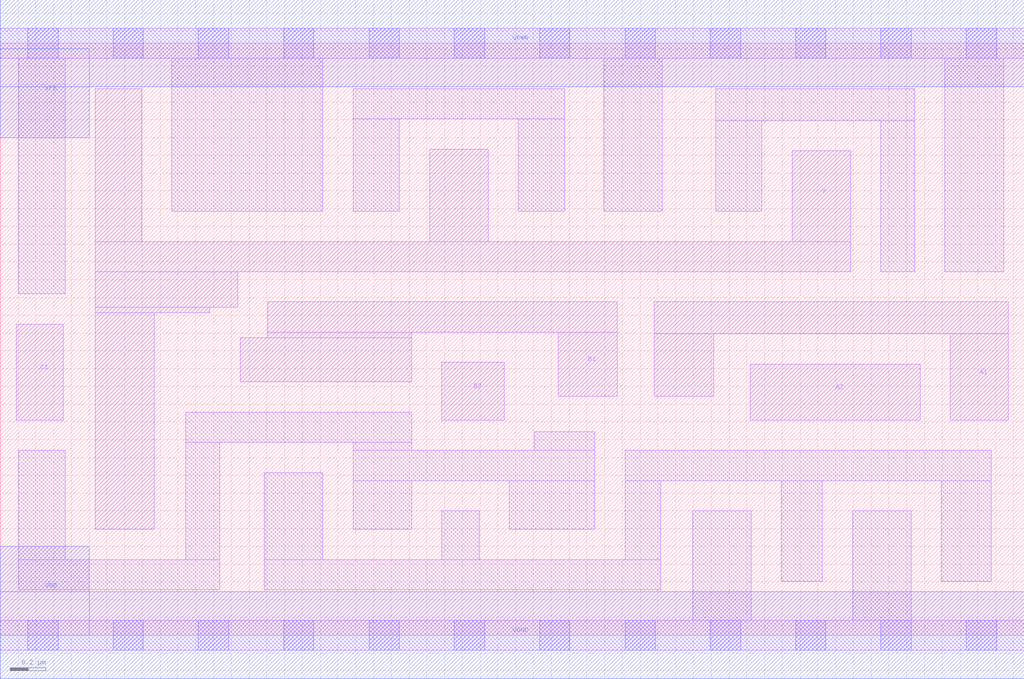
<source format=lef>
# Copyright 2020 The SkyWater PDK Authors
#
# Licensed under the Apache License, Version 2.0 (the "License");
# you may not use this file except in compliance with the License.
# You may obtain a copy of the License at
#
#     https://www.apache.org/licenses/LICENSE-2.0
#
# Unless required by applicable law or agreed to in writing, software
# distributed under the License is distributed on an "AS IS" BASIS,
# WITHOUT WARRANTIES OR CONDITIONS OF ANY KIND, either express or implied.
# See the License for the specific language governing permissions and
# limitations under the License.
#
# SPDX-License-Identifier: Apache-2.0

VERSION 5.5 ;
NAMESCASESENSITIVE ON ;
BUSBITCHARS "[]" ;
DIVIDERCHAR "/" ;
MACRO sky130_fd_sc_lp__o221ai_2
  CLASS CORE ;
  SOURCE USER ;
  ORIGIN  0.000000  0.000000 ;
  SIZE  5.760000 BY  3.330000 ;
  SYMMETRY X Y R90 ;
  SITE unit ;
  PIN A1
    ANTENNAGATEAREA  0.630000 ;
    DIRECTION INPUT ;
    USE SIGNAL ;
    PORT
      LAYER li1 ;
        RECT 3.680000 1.345000 4.015000 1.695000 ;
        RECT 3.680000 1.695000 5.670000 1.875000 ;
        RECT 5.345000 1.210000 5.670000 1.695000 ;
    END
  END A1
  PIN A2
    ANTENNAGATEAREA  0.630000 ;
    DIRECTION INPUT ;
    USE SIGNAL ;
    PORT
      LAYER li1 ;
        RECT 4.220000 1.210000 5.175000 1.525000 ;
    END
  END A2
  PIN B1
    ANTENNAGATEAREA  0.630000 ;
    DIRECTION INPUT ;
    USE SIGNAL ;
    PORT
      LAYER li1 ;
        RECT 1.350000 1.425000 2.315000 1.675000 ;
        RECT 1.505000 1.675000 2.315000 1.705000 ;
        RECT 1.505000 1.705000 3.470000 1.875000 ;
        RECT 3.140000 1.345000 3.470000 1.705000 ;
    END
  END B1
  PIN B2
    ANTENNAGATEAREA  0.630000 ;
    DIRECTION INPUT ;
    USE SIGNAL ;
    PORT
      LAYER li1 ;
        RECT 2.485000 1.210000 2.835000 1.535000 ;
    END
  END B2
  PIN C1
    ANTENNAGATEAREA  0.630000 ;
    DIRECTION INPUT ;
    USE SIGNAL ;
    PORT
      LAYER li1 ;
        RECT 0.090000 1.210000 0.355000 1.750000 ;
    END
  END C1
  PIN Y
    ANTENNADIFFAREA  1.293600 ;
    DIRECTION OUTPUT ;
    USE SIGNAL ;
    PORT
      LAYER li1 ;
        RECT 0.535000 0.595000 0.865000 1.815000 ;
        RECT 0.535000 1.815000 1.180000 1.845000 ;
        RECT 0.535000 1.845000 1.335000 2.045000 ;
        RECT 0.535000 2.045000 4.785000 2.215000 ;
        RECT 0.535000 2.215000 0.795000 3.075000 ;
        RECT 2.415000 2.215000 2.745000 2.735000 ;
        RECT 4.455000 2.215000 4.785000 2.725000 ;
    END
  END Y
  PIN VGND
    DIRECTION INOUT ;
    USE GROUND ;
    PORT
      LAYER met1 ;
        RECT 0.000000 -0.245000 5.760000 0.245000 ;
    END
  END VGND
  PIN VNB
    DIRECTION INOUT ;
    USE GROUND ;
    PORT
    END
  END VNB
  PIN VPB
    DIRECTION INOUT ;
    USE POWER ;
    PORT
    END
  END VPB
  PIN VNB
    DIRECTION INOUT ;
    USE GROUND ;
    PORT
      LAYER met1 ;
        RECT 0.000000 0.000000 0.500000 0.500000 ;
    END
  END VNB
  PIN VPB
    DIRECTION INOUT ;
    USE POWER ;
    PORT
      LAYER met1 ;
        RECT 0.000000 2.800000 0.500000 3.300000 ;
    END
  END VPB
  PIN VPWR
    DIRECTION INOUT ;
    USE POWER ;
    PORT
      LAYER met1 ;
        RECT 0.000000 3.085000 5.760000 3.575000 ;
    END
  END VPWR
  OBS
    LAYER li1 ;
      RECT 0.000000 -0.085000 5.760000 0.085000 ;
      RECT 0.000000  3.245000 5.760000 3.415000 ;
      RECT 0.105000  0.255000 1.235000 0.425000 ;
      RECT 0.105000  0.425000 0.365000 1.040000 ;
      RECT 0.105000  1.920000 0.365000 3.245000 ;
      RECT 0.965000  2.385000 1.815000 3.245000 ;
      RECT 1.045000  0.425000 1.235000 1.085000 ;
      RECT 1.045000  1.085000 2.315000 1.255000 ;
      RECT 1.485000  0.255000 3.715000 0.425000 ;
      RECT 1.485000  0.425000 1.815000 0.915000 ;
      RECT 1.985000  0.595000 2.315000 0.870000 ;
      RECT 1.985000  0.870000 3.345000 1.040000 ;
      RECT 1.985000  1.040000 2.315000 1.085000 ;
      RECT 1.985000  2.385000 2.245000 2.905000 ;
      RECT 1.985000  2.905000 3.175000 3.075000 ;
      RECT 2.485000  0.425000 2.695000 0.700000 ;
      RECT 2.865000  0.595000 3.345000 0.870000 ;
      RECT 2.915000  2.385000 3.175000 2.905000 ;
      RECT 3.005000  1.040000 3.345000 1.145000 ;
      RECT 3.395000  2.385000 3.725000 3.245000 ;
      RECT 3.515000  0.425000 3.715000 0.870000 ;
      RECT 3.515000  0.870000 5.575000 1.040000 ;
      RECT 3.895000  0.085000 4.225000 0.700000 ;
      RECT 4.025000  2.385000 4.285000 2.895000 ;
      RECT 4.025000  2.895000 5.145000 3.075000 ;
      RECT 4.395000  0.305000 4.625000 0.870000 ;
      RECT 4.795000  0.085000 5.125000 0.700000 ;
      RECT 4.955000  2.045000 5.145000 2.895000 ;
      RECT 5.295000  0.305000 5.575000 0.870000 ;
      RECT 5.315000  2.045000 5.645000 3.245000 ;
    LAYER mcon ;
      RECT 0.155000 -0.085000 0.325000 0.085000 ;
      RECT 0.155000  3.245000 0.325000 3.415000 ;
      RECT 0.635000 -0.085000 0.805000 0.085000 ;
      RECT 0.635000  3.245000 0.805000 3.415000 ;
      RECT 1.115000 -0.085000 1.285000 0.085000 ;
      RECT 1.115000  3.245000 1.285000 3.415000 ;
      RECT 1.595000 -0.085000 1.765000 0.085000 ;
      RECT 1.595000  3.245000 1.765000 3.415000 ;
      RECT 2.075000 -0.085000 2.245000 0.085000 ;
      RECT 2.075000  3.245000 2.245000 3.415000 ;
      RECT 2.555000 -0.085000 2.725000 0.085000 ;
      RECT 2.555000  3.245000 2.725000 3.415000 ;
      RECT 3.035000 -0.085000 3.205000 0.085000 ;
      RECT 3.035000  3.245000 3.205000 3.415000 ;
      RECT 3.515000 -0.085000 3.685000 0.085000 ;
      RECT 3.515000  3.245000 3.685000 3.415000 ;
      RECT 3.995000 -0.085000 4.165000 0.085000 ;
      RECT 3.995000  3.245000 4.165000 3.415000 ;
      RECT 4.475000 -0.085000 4.645000 0.085000 ;
      RECT 4.475000  3.245000 4.645000 3.415000 ;
      RECT 4.955000 -0.085000 5.125000 0.085000 ;
      RECT 4.955000  3.245000 5.125000 3.415000 ;
      RECT 5.435000 -0.085000 5.605000 0.085000 ;
      RECT 5.435000  3.245000 5.605000 3.415000 ;
  END
END sky130_fd_sc_lp__o221ai_2
END LIBRARY

</source>
